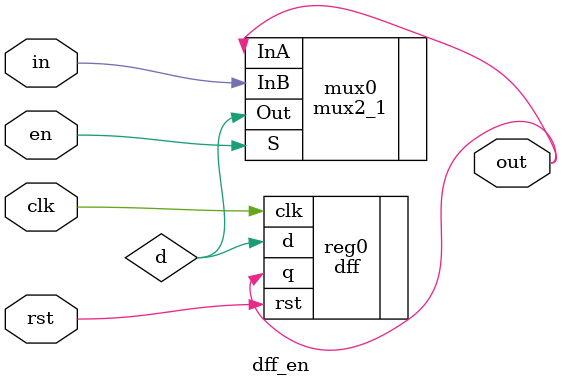
<source format=v>
module dff_en(in,out,en,clk,rst);
input in,en,clk,rst;
output out;
wire d;

mux2_1 mux0(.InA(out),.InB(in),.S(en),.Out(d));
dff reg0(.d(d),.q(out),.clk(clk),.rst(rst));

endmodule

</source>
